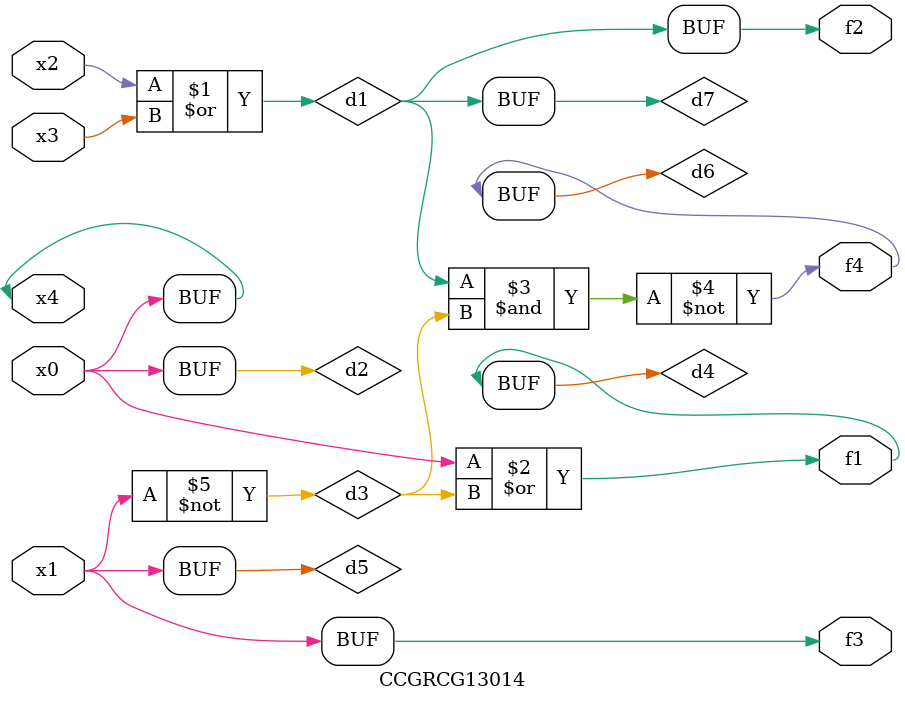
<source format=v>
module CCGRCG13014(
	input x0, x1, x2, x3, x4,
	output f1, f2, f3, f4
);

	wire d1, d2, d3, d4, d5, d6, d7;

	or (d1, x2, x3);
	buf (d2, x0, x4);
	not (d3, x1);
	or (d4, d2, d3);
	not (d5, d3);
	nand (d6, d1, d3);
	or (d7, d1);
	assign f1 = d4;
	assign f2 = d7;
	assign f3 = d5;
	assign f4 = d6;
endmodule

</source>
